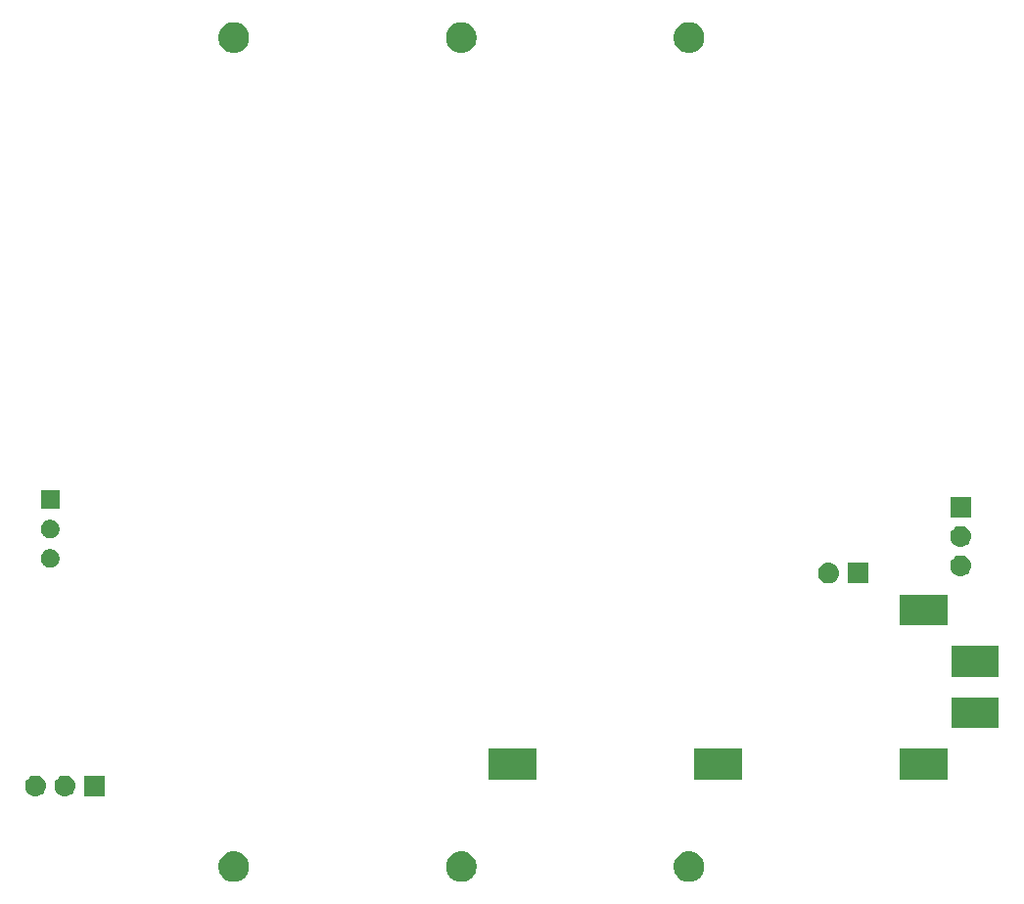
<source format=gts>
G04 #@! TF.GenerationSoftware,KiCad,Pcbnew,(5.1.0)-1*
G04 #@! TF.CreationDate,2019-05-03T22:00:51+02:00*
G04 #@! TF.ProjectId,bigmax_hat,6269676d-6178-45f6-9861-742e6b696361,v1*
G04 #@! TF.SameCoordinates,Original*
G04 #@! TF.FileFunction,Soldermask,Top*
G04 #@! TF.FilePolarity,Negative*
%FSLAX46Y46*%
G04 Gerber Fmt 4.6, Leading zero omitted, Abs format (unit mm)*
G04 Created by KiCad (PCBNEW (5.1.0)-1) date 2019-05-03 22:00:51*
%MOMM*%
%LPD*%
G04 APERTURE LIST*
%ADD10C,0.100000*%
G04 APERTURE END LIST*
D10*
G36*
X172342714Y-117449382D02*
G01*
X172470322Y-117474765D01*
X172611148Y-117533097D01*
X172710727Y-117574344D01*
X172710728Y-117574345D01*
X172927089Y-117718912D01*
X173111088Y-117902911D01*
X173207685Y-118047479D01*
X173255656Y-118119273D01*
X173296903Y-118218852D01*
X173355235Y-118359678D01*
X173406000Y-118614893D01*
X173406000Y-118875107D01*
X173355235Y-119130322D01*
X173296903Y-119271148D01*
X173255656Y-119370727D01*
X173255655Y-119370728D01*
X173111088Y-119587089D01*
X172927089Y-119771088D01*
X172782521Y-119867685D01*
X172710727Y-119915656D01*
X172611148Y-119956903D01*
X172470322Y-120015235D01*
X172342714Y-120040618D01*
X172215109Y-120066000D01*
X171954891Y-120066000D01*
X171827286Y-120040618D01*
X171699678Y-120015235D01*
X171558852Y-119956903D01*
X171459273Y-119915656D01*
X171387479Y-119867685D01*
X171242911Y-119771088D01*
X171058912Y-119587089D01*
X170914345Y-119370728D01*
X170914344Y-119370727D01*
X170873097Y-119271148D01*
X170814765Y-119130322D01*
X170764000Y-118875107D01*
X170764000Y-118614893D01*
X170814765Y-118359678D01*
X170873097Y-118218852D01*
X170914344Y-118119273D01*
X170962315Y-118047479D01*
X171058912Y-117902911D01*
X171242911Y-117718912D01*
X171459272Y-117574345D01*
X171459273Y-117574344D01*
X171558852Y-117533097D01*
X171699678Y-117474765D01*
X171827286Y-117449382D01*
X171954891Y-117424000D01*
X172215109Y-117424000D01*
X172342714Y-117449382D01*
X172342714Y-117449382D01*
G37*
G36*
X132972714Y-117449382D02*
G01*
X133100322Y-117474765D01*
X133241148Y-117533097D01*
X133340727Y-117574344D01*
X133340728Y-117574345D01*
X133557089Y-117718912D01*
X133741088Y-117902911D01*
X133837685Y-118047479D01*
X133885656Y-118119273D01*
X133926903Y-118218852D01*
X133985235Y-118359678D01*
X134036000Y-118614893D01*
X134036000Y-118875107D01*
X133985235Y-119130322D01*
X133926903Y-119271148D01*
X133885656Y-119370727D01*
X133885655Y-119370728D01*
X133741088Y-119587089D01*
X133557089Y-119771088D01*
X133412521Y-119867685D01*
X133340727Y-119915656D01*
X133241148Y-119956903D01*
X133100322Y-120015235D01*
X132972714Y-120040618D01*
X132845109Y-120066000D01*
X132584891Y-120066000D01*
X132457286Y-120040618D01*
X132329678Y-120015235D01*
X132188852Y-119956903D01*
X132089273Y-119915656D01*
X132017479Y-119867685D01*
X131872911Y-119771088D01*
X131688912Y-119587089D01*
X131544345Y-119370728D01*
X131544344Y-119370727D01*
X131503097Y-119271148D01*
X131444765Y-119130322D01*
X131394000Y-118875107D01*
X131394000Y-118614893D01*
X131444765Y-118359678D01*
X131503097Y-118218852D01*
X131544344Y-118119273D01*
X131592315Y-118047479D01*
X131688912Y-117902911D01*
X131872911Y-117718912D01*
X132089272Y-117574345D01*
X132089273Y-117574344D01*
X132188852Y-117533097D01*
X132329678Y-117474765D01*
X132457286Y-117449382D01*
X132584891Y-117424000D01*
X132845109Y-117424000D01*
X132972714Y-117449382D01*
X132972714Y-117449382D01*
G37*
G36*
X152657714Y-117449382D02*
G01*
X152785322Y-117474765D01*
X152926148Y-117533097D01*
X153025727Y-117574344D01*
X153025728Y-117574345D01*
X153242089Y-117718912D01*
X153426088Y-117902911D01*
X153522685Y-118047479D01*
X153570656Y-118119273D01*
X153611903Y-118218852D01*
X153670235Y-118359678D01*
X153721000Y-118614893D01*
X153721000Y-118875107D01*
X153670235Y-119130322D01*
X153611903Y-119271148D01*
X153570656Y-119370727D01*
X153570655Y-119370728D01*
X153426088Y-119587089D01*
X153242089Y-119771088D01*
X153097521Y-119867685D01*
X153025727Y-119915656D01*
X152926148Y-119956903D01*
X152785322Y-120015235D01*
X152657714Y-120040618D01*
X152530109Y-120066000D01*
X152269891Y-120066000D01*
X152142286Y-120040618D01*
X152014678Y-120015235D01*
X151873852Y-119956903D01*
X151774273Y-119915656D01*
X151702479Y-119867685D01*
X151557911Y-119771088D01*
X151373912Y-119587089D01*
X151229345Y-119370728D01*
X151229344Y-119370727D01*
X151188097Y-119271148D01*
X151129765Y-119130322D01*
X151079000Y-118875107D01*
X151079000Y-118614893D01*
X151129765Y-118359678D01*
X151188097Y-118218852D01*
X151229344Y-118119273D01*
X151277315Y-118047479D01*
X151373912Y-117902911D01*
X151557911Y-117718912D01*
X151774272Y-117574345D01*
X151774273Y-117574344D01*
X151873852Y-117533097D01*
X152014678Y-117474765D01*
X152142286Y-117449382D01*
X152269891Y-117424000D01*
X152530109Y-117424000D01*
X152657714Y-117449382D01*
X152657714Y-117449382D01*
G37*
G36*
X115680442Y-110865518D02*
G01*
X115746627Y-110872037D01*
X115916466Y-110923557D01*
X116072991Y-111007222D01*
X116108729Y-111036552D01*
X116210186Y-111119814D01*
X116293448Y-111221271D01*
X116322778Y-111257009D01*
X116406443Y-111413534D01*
X116457963Y-111583373D01*
X116475359Y-111760000D01*
X116457963Y-111936627D01*
X116406443Y-112106466D01*
X116322778Y-112262991D01*
X116293448Y-112298729D01*
X116210186Y-112400186D01*
X116108729Y-112483448D01*
X116072991Y-112512778D01*
X115916466Y-112596443D01*
X115746627Y-112647963D01*
X115680442Y-112654482D01*
X115614260Y-112661000D01*
X115525740Y-112661000D01*
X115459558Y-112654482D01*
X115393373Y-112647963D01*
X115223534Y-112596443D01*
X115067009Y-112512778D01*
X115031271Y-112483448D01*
X114929814Y-112400186D01*
X114846552Y-112298729D01*
X114817222Y-112262991D01*
X114733557Y-112106466D01*
X114682037Y-111936627D01*
X114664641Y-111760000D01*
X114682037Y-111583373D01*
X114733557Y-111413534D01*
X114817222Y-111257009D01*
X114846552Y-111221271D01*
X114929814Y-111119814D01*
X115031271Y-111036552D01*
X115067009Y-111007222D01*
X115223534Y-110923557D01*
X115393373Y-110872037D01*
X115459558Y-110865518D01*
X115525740Y-110859000D01*
X115614260Y-110859000D01*
X115680442Y-110865518D01*
X115680442Y-110865518D01*
G37*
G36*
X118220442Y-110865518D02*
G01*
X118286627Y-110872037D01*
X118456466Y-110923557D01*
X118612991Y-111007222D01*
X118648729Y-111036552D01*
X118750186Y-111119814D01*
X118833448Y-111221271D01*
X118862778Y-111257009D01*
X118946443Y-111413534D01*
X118997963Y-111583373D01*
X119015359Y-111760000D01*
X118997963Y-111936627D01*
X118946443Y-112106466D01*
X118862778Y-112262991D01*
X118833448Y-112298729D01*
X118750186Y-112400186D01*
X118648729Y-112483448D01*
X118612991Y-112512778D01*
X118456466Y-112596443D01*
X118286627Y-112647963D01*
X118220442Y-112654482D01*
X118154260Y-112661000D01*
X118065740Y-112661000D01*
X117999558Y-112654482D01*
X117933373Y-112647963D01*
X117763534Y-112596443D01*
X117607009Y-112512778D01*
X117571271Y-112483448D01*
X117469814Y-112400186D01*
X117386552Y-112298729D01*
X117357222Y-112262991D01*
X117273557Y-112106466D01*
X117222037Y-111936627D01*
X117204641Y-111760000D01*
X117222037Y-111583373D01*
X117273557Y-111413534D01*
X117357222Y-111257009D01*
X117386552Y-111221271D01*
X117469814Y-111119814D01*
X117571271Y-111036552D01*
X117607009Y-111007222D01*
X117763534Y-110923557D01*
X117933373Y-110872037D01*
X117999558Y-110865518D01*
X118065740Y-110859000D01*
X118154260Y-110859000D01*
X118220442Y-110865518D01*
X118220442Y-110865518D01*
G37*
G36*
X121551000Y-112661000D02*
G01*
X119749000Y-112661000D01*
X119749000Y-110859000D01*
X121551000Y-110859000D01*
X121551000Y-112661000D01*
X121551000Y-112661000D01*
G37*
G36*
X194456000Y-111186000D02*
G01*
X190354000Y-111186000D01*
X190354000Y-108524000D01*
X194456000Y-108524000D01*
X194456000Y-111186000D01*
X194456000Y-111186000D01*
G37*
G36*
X158896000Y-111186000D02*
G01*
X154794000Y-111186000D01*
X154794000Y-108524000D01*
X158896000Y-108524000D01*
X158896000Y-111186000D01*
X158896000Y-111186000D01*
G37*
G36*
X176676000Y-111186000D02*
G01*
X172574000Y-111186000D01*
X172574000Y-108524000D01*
X176676000Y-108524000D01*
X176676000Y-111186000D01*
X176676000Y-111186000D01*
G37*
G36*
X198901000Y-106741000D02*
G01*
X194799000Y-106741000D01*
X194799000Y-104079000D01*
X198901000Y-104079000D01*
X198901000Y-106741000D01*
X198901000Y-106741000D01*
G37*
G36*
X198901000Y-102296000D02*
G01*
X194799000Y-102296000D01*
X194799000Y-99634000D01*
X198901000Y-99634000D01*
X198901000Y-102296000D01*
X198901000Y-102296000D01*
G37*
G36*
X194456000Y-97851000D02*
G01*
X190354000Y-97851000D01*
X190354000Y-95189000D01*
X194456000Y-95189000D01*
X194456000Y-97851000D01*
X194456000Y-97851000D01*
G37*
G36*
X184260443Y-92450519D02*
G01*
X184326627Y-92457037D01*
X184496466Y-92508557D01*
X184652991Y-92592222D01*
X184688729Y-92621552D01*
X184790186Y-92704814D01*
X184864585Y-92795471D01*
X184902778Y-92842009D01*
X184986443Y-92998534D01*
X185037963Y-93168373D01*
X185055359Y-93345000D01*
X185037963Y-93521627D01*
X184986443Y-93691466D01*
X184902778Y-93847991D01*
X184873448Y-93883729D01*
X184790186Y-93985186D01*
X184688729Y-94068448D01*
X184652991Y-94097778D01*
X184496466Y-94181443D01*
X184326627Y-94232963D01*
X184260443Y-94239481D01*
X184194260Y-94246000D01*
X184105740Y-94246000D01*
X184039557Y-94239481D01*
X183973373Y-94232963D01*
X183803534Y-94181443D01*
X183647009Y-94097778D01*
X183611271Y-94068448D01*
X183509814Y-93985186D01*
X183426552Y-93883729D01*
X183397222Y-93847991D01*
X183313557Y-93691466D01*
X183262037Y-93521627D01*
X183244641Y-93345000D01*
X183262037Y-93168373D01*
X183313557Y-92998534D01*
X183397222Y-92842009D01*
X183435415Y-92795471D01*
X183509814Y-92704814D01*
X183611271Y-92621552D01*
X183647009Y-92592222D01*
X183803534Y-92508557D01*
X183973373Y-92457037D01*
X184039557Y-92450519D01*
X184105740Y-92444000D01*
X184194260Y-92444000D01*
X184260443Y-92450519D01*
X184260443Y-92450519D01*
G37*
G36*
X187591000Y-94246000D02*
G01*
X185789000Y-94246000D01*
X185789000Y-92444000D01*
X187591000Y-92444000D01*
X187591000Y-94246000D01*
X187591000Y-94246000D01*
G37*
G36*
X195690442Y-91815518D02*
G01*
X195756627Y-91822037D01*
X195926466Y-91873557D01*
X196082991Y-91957222D01*
X196118729Y-91986552D01*
X196220186Y-92069814D01*
X196290156Y-92155074D01*
X196332778Y-92207009D01*
X196416443Y-92363534D01*
X196467963Y-92533373D01*
X196485359Y-92710000D01*
X196467963Y-92886627D01*
X196416443Y-93056466D01*
X196332778Y-93212991D01*
X196303448Y-93248729D01*
X196220186Y-93350186D01*
X196118729Y-93433448D01*
X196082991Y-93462778D01*
X195926466Y-93546443D01*
X195756627Y-93597963D01*
X195690442Y-93604482D01*
X195624260Y-93611000D01*
X195535740Y-93611000D01*
X195469557Y-93604481D01*
X195403373Y-93597963D01*
X195233534Y-93546443D01*
X195077009Y-93462778D01*
X195041271Y-93433448D01*
X194939814Y-93350186D01*
X194856552Y-93248729D01*
X194827222Y-93212991D01*
X194743557Y-93056466D01*
X194692037Y-92886627D01*
X194674641Y-92710000D01*
X194692037Y-92533373D01*
X194743557Y-92363534D01*
X194827222Y-92207009D01*
X194869844Y-92155074D01*
X194939814Y-92069814D01*
X195041271Y-91986552D01*
X195077009Y-91957222D01*
X195233534Y-91873557D01*
X195403373Y-91822037D01*
X195469558Y-91815518D01*
X195535740Y-91809000D01*
X195624260Y-91809000D01*
X195690442Y-91815518D01*
X195690442Y-91815518D01*
G37*
G36*
X117077142Y-91293242D02*
G01*
X117225101Y-91354529D01*
X117358255Y-91443499D01*
X117471501Y-91556745D01*
X117560471Y-91689899D01*
X117621758Y-91837858D01*
X117653000Y-91994925D01*
X117653000Y-92155075D01*
X117621758Y-92312142D01*
X117560471Y-92460101D01*
X117471501Y-92593255D01*
X117358255Y-92706501D01*
X117225101Y-92795471D01*
X117077142Y-92856758D01*
X116920075Y-92888000D01*
X116759925Y-92888000D01*
X116602858Y-92856758D01*
X116454899Y-92795471D01*
X116321745Y-92706501D01*
X116208499Y-92593255D01*
X116119529Y-92460101D01*
X116058242Y-92312142D01*
X116027000Y-92155075D01*
X116027000Y-91994925D01*
X116058242Y-91837858D01*
X116119529Y-91689899D01*
X116208499Y-91556745D01*
X116321745Y-91443499D01*
X116454899Y-91354529D01*
X116602858Y-91293242D01*
X116759925Y-91262000D01*
X116920075Y-91262000D01*
X117077142Y-91293242D01*
X117077142Y-91293242D01*
G37*
G36*
X195690443Y-89275519D02*
G01*
X195756627Y-89282037D01*
X195926466Y-89333557D01*
X196082991Y-89417222D01*
X196118729Y-89446552D01*
X196220186Y-89529814D01*
X196290156Y-89615074D01*
X196332778Y-89667009D01*
X196416443Y-89823534D01*
X196467963Y-89993373D01*
X196485359Y-90170000D01*
X196467963Y-90346627D01*
X196416443Y-90516466D01*
X196332778Y-90672991D01*
X196303448Y-90708729D01*
X196220186Y-90810186D01*
X196118729Y-90893448D01*
X196082991Y-90922778D01*
X195926466Y-91006443D01*
X195756627Y-91057963D01*
X195690442Y-91064482D01*
X195624260Y-91071000D01*
X195535740Y-91071000D01*
X195469558Y-91064482D01*
X195403373Y-91057963D01*
X195233534Y-91006443D01*
X195077009Y-90922778D01*
X195041271Y-90893448D01*
X194939814Y-90810186D01*
X194856552Y-90708729D01*
X194827222Y-90672991D01*
X194743557Y-90516466D01*
X194692037Y-90346627D01*
X194674641Y-90170000D01*
X194692037Y-89993373D01*
X194743557Y-89823534D01*
X194827222Y-89667009D01*
X194869844Y-89615074D01*
X194939814Y-89529814D01*
X195041271Y-89446552D01*
X195077009Y-89417222D01*
X195233534Y-89333557D01*
X195403373Y-89282037D01*
X195469557Y-89275519D01*
X195535740Y-89269000D01*
X195624260Y-89269000D01*
X195690443Y-89275519D01*
X195690443Y-89275519D01*
G37*
G36*
X117077142Y-88753242D02*
G01*
X117225101Y-88814529D01*
X117358255Y-88903499D01*
X117471501Y-89016745D01*
X117560471Y-89149899D01*
X117621758Y-89297858D01*
X117653000Y-89454925D01*
X117653000Y-89615075D01*
X117621758Y-89772142D01*
X117560471Y-89920101D01*
X117471501Y-90053255D01*
X117358255Y-90166501D01*
X117225101Y-90255471D01*
X117077142Y-90316758D01*
X116920075Y-90348000D01*
X116759925Y-90348000D01*
X116602858Y-90316758D01*
X116454899Y-90255471D01*
X116321745Y-90166501D01*
X116208499Y-90053255D01*
X116119529Y-89920101D01*
X116058242Y-89772142D01*
X116027000Y-89615075D01*
X116027000Y-89454925D01*
X116058242Y-89297858D01*
X116119529Y-89149899D01*
X116208499Y-89016745D01*
X116321745Y-88903499D01*
X116454899Y-88814529D01*
X116602858Y-88753242D01*
X116759925Y-88722000D01*
X116920075Y-88722000D01*
X117077142Y-88753242D01*
X117077142Y-88753242D01*
G37*
G36*
X196481000Y-88531000D02*
G01*
X194679000Y-88531000D01*
X194679000Y-86729000D01*
X196481000Y-86729000D01*
X196481000Y-88531000D01*
X196481000Y-88531000D01*
G37*
G36*
X117653000Y-87808000D02*
G01*
X116027000Y-87808000D01*
X116027000Y-86182000D01*
X117653000Y-86182000D01*
X117653000Y-87808000D01*
X117653000Y-87808000D01*
G37*
G36*
X132972715Y-45694383D02*
G01*
X133100322Y-45719765D01*
X133241148Y-45778097D01*
X133340727Y-45819344D01*
X133340728Y-45819345D01*
X133557089Y-45963912D01*
X133741088Y-46147911D01*
X133837685Y-46292479D01*
X133885656Y-46364273D01*
X133926903Y-46463852D01*
X133985235Y-46604678D01*
X134036000Y-46859893D01*
X134036000Y-47120107D01*
X133985235Y-47375322D01*
X133926903Y-47516148D01*
X133885656Y-47615727D01*
X133885655Y-47615728D01*
X133741088Y-47832089D01*
X133557089Y-48016088D01*
X133412521Y-48112685D01*
X133340727Y-48160656D01*
X133241148Y-48201903D01*
X133100322Y-48260235D01*
X132972714Y-48285618D01*
X132845109Y-48311000D01*
X132584891Y-48311000D01*
X132457285Y-48285617D01*
X132329678Y-48260235D01*
X132188852Y-48201903D01*
X132089273Y-48160656D01*
X132017479Y-48112685D01*
X131872911Y-48016088D01*
X131688912Y-47832089D01*
X131544345Y-47615728D01*
X131544344Y-47615727D01*
X131503097Y-47516148D01*
X131444765Y-47375322D01*
X131394000Y-47120107D01*
X131394000Y-46859893D01*
X131444765Y-46604678D01*
X131503097Y-46463852D01*
X131544344Y-46364273D01*
X131592315Y-46292479D01*
X131688912Y-46147911D01*
X131872911Y-45963912D01*
X132089272Y-45819345D01*
X132089273Y-45819344D01*
X132188852Y-45778097D01*
X132329678Y-45719765D01*
X132457286Y-45694382D01*
X132584891Y-45669000D01*
X132845109Y-45669000D01*
X132972715Y-45694383D01*
X132972715Y-45694383D01*
G37*
G36*
X152657715Y-45694383D02*
G01*
X152785322Y-45719765D01*
X152926148Y-45778097D01*
X153025727Y-45819344D01*
X153025728Y-45819345D01*
X153242089Y-45963912D01*
X153426088Y-46147911D01*
X153522685Y-46292479D01*
X153570656Y-46364273D01*
X153611903Y-46463852D01*
X153670235Y-46604678D01*
X153721000Y-46859893D01*
X153721000Y-47120107D01*
X153670235Y-47375322D01*
X153611903Y-47516148D01*
X153570656Y-47615727D01*
X153570655Y-47615728D01*
X153426088Y-47832089D01*
X153242089Y-48016088D01*
X153097521Y-48112685D01*
X153025727Y-48160656D01*
X152926148Y-48201903D01*
X152785322Y-48260235D01*
X152657714Y-48285618D01*
X152530109Y-48311000D01*
X152269891Y-48311000D01*
X152142285Y-48285617D01*
X152014678Y-48260235D01*
X151873852Y-48201903D01*
X151774273Y-48160656D01*
X151702479Y-48112685D01*
X151557911Y-48016088D01*
X151373912Y-47832089D01*
X151229345Y-47615728D01*
X151229344Y-47615727D01*
X151188097Y-47516148D01*
X151129765Y-47375322D01*
X151079000Y-47120107D01*
X151079000Y-46859893D01*
X151129765Y-46604678D01*
X151188097Y-46463852D01*
X151229344Y-46364273D01*
X151277315Y-46292479D01*
X151373912Y-46147911D01*
X151557911Y-45963912D01*
X151774272Y-45819345D01*
X151774273Y-45819344D01*
X151873852Y-45778097D01*
X152014678Y-45719765D01*
X152142286Y-45694382D01*
X152269891Y-45669000D01*
X152530109Y-45669000D01*
X152657715Y-45694383D01*
X152657715Y-45694383D01*
G37*
G36*
X172342715Y-45694383D02*
G01*
X172470322Y-45719765D01*
X172611148Y-45778097D01*
X172710727Y-45819344D01*
X172710728Y-45819345D01*
X172927089Y-45963912D01*
X173111088Y-46147911D01*
X173207685Y-46292479D01*
X173255656Y-46364273D01*
X173296903Y-46463852D01*
X173355235Y-46604678D01*
X173406000Y-46859893D01*
X173406000Y-47120107D01*
X173355235Y-47375322D01*
X173296903Y-47516148D01*
X173255656Y-47615727D01*
X173255655Y-47615728D01*
X173111088Y-47832089D01*
X172927089Y-48016088D01*
X172782521Y-48112685D01*
X172710727Y-48160656D01*
X172611148Y-48201903D01*
X172470322Y-48260235D01*
X172342714Y-48285618D01*
X172215109Y-48311000D01*
X171954891Y-48311000D01*
X171827285Y-48285617D01*
X171699678Y-48260235D01*
X171558852Y-48201903D01*
X171459273Y-48160656D01*
X171387479Y-48112685D01*
X171242911Y-48016088D01*
X171058912Y-47832089D01*
X170914345Y-47615728D01*
X170914344Y-47615727D01*
X170873097Y-47516148D01*
X170814765Y-47375322D01*
X170764000Y-47120107D01*
X170764000Y-46859893D01*
X170814765Y-46604678D01*
X170873097Y-46463852D01*
X170914344Y-46364273D01*
X170962315Y-46292479D01*
X171058912Y-46147911D01*
X171242911Y-45963912D01*
X171459272Y-45819345D01*
X171459273Y-45819344D01*
X171558852Y-45778097D01*
X171699678Y-45719765D01*
X171827286Y-45694382D01*
X171954891Y-45669000D01*
X172215109Y-45669000D01*
X172342715Y-45694383D01*
X172342715Y-45694383D01*
G37*
M02*

</source>
